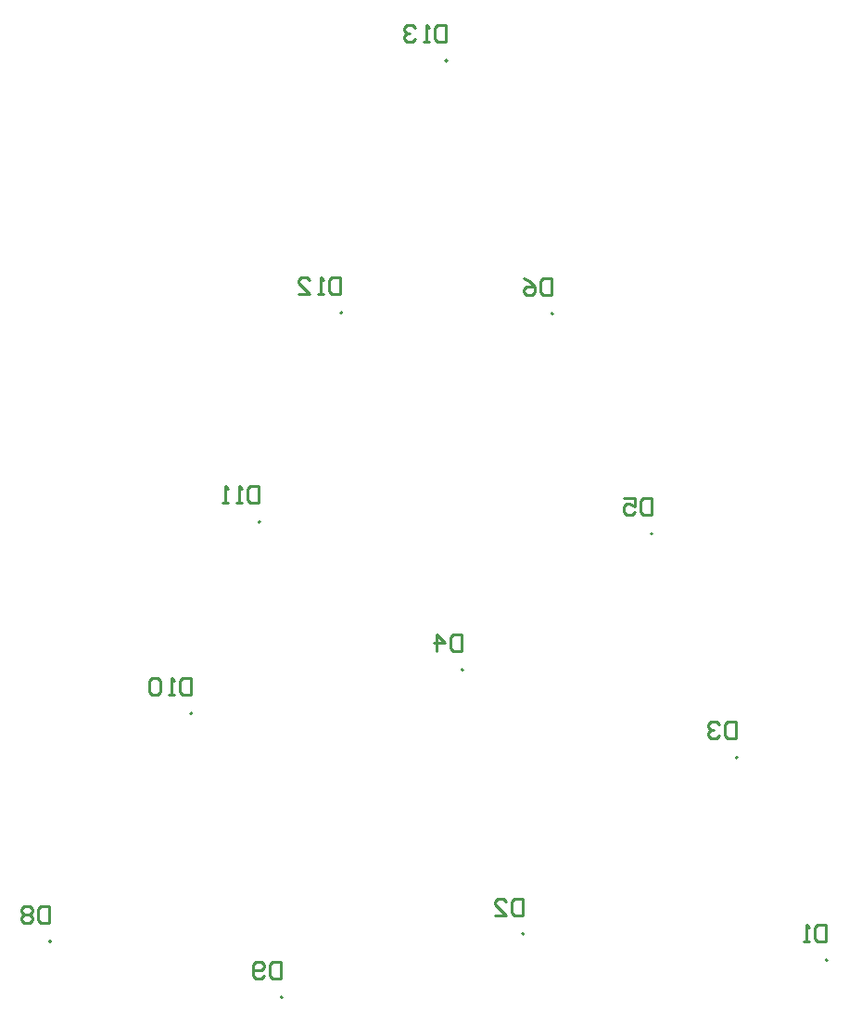
<source format=gbo>
G04*
G04 #@! TF.GenerationSoftware,Altium Limited,Altium NEXUS,2.1.9 (83)*
G04*
G04 Layer_Color=32896*
%FSLAX44Y44*%
%MOMM*%
G71*
G01*
G75*
%ADD10C,0.2000*%
%ADD11C,0.2540*%
D10*
X1324710Y1585280D02*
G03*
X1324710Y1585280I-1000J0D01*
G01*
X1228710Y1355280D02*
G03*
X1228710Y1355280I-1000J0D01*
G01*
X1153710Y1164280D02*
G03*
X1153710Y1164280I-1000J0D01*
G01*
X1091710Y989280D02*
G03*
X1091710Y989280I-1000J0D01*
G01*
X1174210Y730280D02*
G03*
X1174210Y730280I-1000J0D01*
G01*
X962710Y781280D02*
G03*
X962710Y781280I-1000J0D01*
G01*
X1421210Y1354280D02*
G03*
X1421210Y1354280I-1000J0D01*
G01*
X1512210Y1153280D02*
G03*
X1512210Y1153280I-1000J0D01*
G01*
X1339210Y1029280D02*
G03*
X1339210Y1029280I-1000J0D01*
G01*
X1589710Y949280D02*
G03*
X1589710Y949280I-1000J0D01*
G01*
X1394710Y788280D02*
G03*
X1394710Y788280I-1000J0D01*
G01*
X1672210Y764280D02*
G03*
X1672210Y764280I-1000J0D01*
G01*
D11*
X1323086Y1617721D02*
Y1602486D01*
X1315468D01*
X1312929Y1605025D01*
Y1615182D01*
X1315468Y1617721D01*
X1323086D01*
X1307851Y1602486D02*
X1302773D01*
X1305312D01*
Y1617721D01*
X1307851Y1615182D01*
X1295155D02*
X1292616Y1617721D01*
X1287538D01*
X1284998Y1615182D01*
Y1612643D01*
X1287538Y1610103D01*
X1290077D01*
X1287538D01*
X1284998Y1607564D01*
Y1605025D01*
X1287538Y1602486D01*
X1292616D01*
X1295155Y1605025D01*
X1227074Y1387851D02*
Y1372616D01*
X1219456D01*
X1216917Y1375155D01*
Y1385312D01*
X1219456Y1387851D01*
X1227074D01*
X1211839Y1372616D02*
X1206761D01*
X1209300D01*
Y1387851D01*
X1211839Y1385312D01*
X1188986Y1372616D02*
X1199143D01*
X1188986Y1382773D01*
Y1385312D01*
X1191525Y1387851D01*
X1196604D01*
X1199143Y1385312D01*
X1152144Y1196843D02*
Y1181608D01*
X1144527D01*
X1141987Y1184147D01*
Y1194304D01*
X1144527Y1196843D01*
X1152144D01*
X1136909Y1181608D02*
X1131831D01*
X1134370D01*
Y1196843D01*
X1136909Y1194304D01*
X1124213Y1181608D02*
X1119135D01*
X1121674D01*
Y1196843D01*
X1124213Y1194304D01*
X1090168Y1021837D02*
Y1006602D01*
X1082551D01*
X1080011Y1009141D01*
Y1019298D01*
X1082551Y1021837D01*
X1090168D01*
X1074933Y1006602D02*
X1069855D01*
X1072394D01*
Y1021837D01*
X1074933Y1019298D01*
X1062237D02*
X1059698Y1021837D01*
X1054620D01*
X1052080Y1019298D01*
Y1009141D01*
X1054620Y1006602D01*
X1059698D01*
X1062237Y1009141D01*
Y1019298D01*
X1172718Y762757D02*
Y747522D01*
X1165100D01*
X1162561Y750061D01*
Y760218D01*
X1165100Y762757D01*
X1172718D01*
X1157483Y750061D02*
X1154944Y747522D01*
X1149865D01*
X1147326Y750061D01*
Y760218D01*
X1149865Y762757D01*
X1154944D01*
X1157483Y760218D01*
Y757679D01*
X1154944Y755139D01*
X1147326D01*
X961136Y813811D02*
Y798576D01*
X953519D01*
X950979Y801115D01*
Y811272D01*
X953519Y813811D01*
X961136D01*
X945901Y811272D02*
X943362Y813811D01*
X938283D01*
X935744Y811272D01*
Y808733D01*
X938283Y806193D01*
X935744Y803654D01*
Y801115D01*
X938283Y798576D01*
X943362D01*
X945901Y801115D01*
Y803654D01*
X943362Y806193D01*
X945901Y808733D01*
Y811272D01*
X943362Y806193D02*
X938283D01*
X1419606Y1386835D02*
Y1371600D01*
X1411989D01*
X1409449Y1374139D01*
Y1384296D01*
X1411989Y1386835D01*
X1419606D01*
X1394214D02*
X1399293Y1384296D01*
X1404371Y1379218D01*
Y1374139D01*
X1401832Y1371600D01*
X1396753D01*
X1394214Y1374139D01*
Y1376678D01*
X1396753Y1379218D01*
X1404371D01*
X1510792Y1185667D02*
Y1170432D01*
X1503174D01*
X1500635Y1172971D01*
Y1183128D01*
X1503174Y1185667D01*
X1510792D01*
X1485400D02*
X1495557D01*
Y1178049D01*
X1490479Y1180589D01*
X1487939D01*
X1485400Y1178049D01*
Y1172971D01*
X1487939Y1170432D01*
X1493018D01*
X1495557Y1172971D01*
X1337564Y1061715D02*
Y1046480D01*
X1329946D01*
X1327407Y1049019D01*
Y1059176D01*
X1329946Y1061715D01*
X1337564D01*
X1314711Y1046480D02*
Y1061715D01*
X1322329Y1054098D01*
X1312172D01*
X1588262Y981705D02*
Y966470D01*
X1580645D01*
X1578105Y969009D01*
Y979166D01*
X1580645Y981705D01*
X1588262D01*
X1573027Y979166D02*
X1570488Y981705D01*
X1565409D01*
X1562870Y979166D01*
Y976627D01*
X1565409Y974088D01*
X1567949D01*
X1565409D01*
X1562870Y971548D01*
Y969009D01*
X1565409Y966470D01*
X1570488D01*
X1573027Y969009D01*
X1393190Y820669D02*
Y805434D01*
X1385573D01*
X1383033Y807973D01*
Y818130D01*
X1385573Y820669D01*
X1393190D01*
X1367798Y805434D02*
X1377955D01*
X1367798Y815591D01*
Y818130D01*
X1370337Y820669D01*
X1375416D01*
X1377955Y818130D01*
X1670558Y796793D02*
Y781558D01*
X1662941D01*
X1660401Y784097D01*
Y794254D01*
X1662941Y796793D01*
X1670558D01*
X1655323Y781558D02*
X1650245D01*
X1652784D01*
Y796793D01*
X1655323Y794254D01*
M02*

</source>
